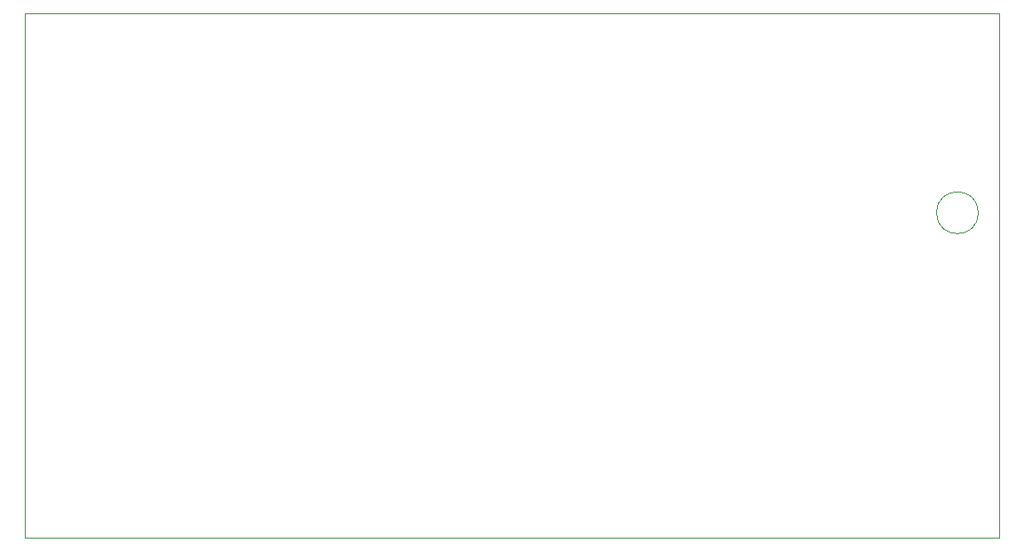
<source format=gbr>
%TF.GenerationSoftware,KiCad,Pcbnew,8.0.4*%
%TF.CreationDate,2024-08-20T14:49:07-07:00*%
%TF.ProjectId,oscillator,6f736369-6c6c-4617-946f-722e6b696361,rev?*%
%TF.SameCoordinates,Original*%
%TF.FileFunction,Profile,NP*%
%FSLAX46Y46*%
G04 Gerber Fmt 4.6, Leading zero omitted, Abs format (unit mm)*
G04 Created by KiCad (PCBNEW 8.0.4) date 2024-08-20 14:49:07*
%MOMM*%
%LPD*%
G01*
G04 APERTURE LIST*
%TA.AperFunction,Profile*%
%ADD10C,0.050000*%
%TD*%
%TA.AperFunction,Profile*%
%ADD11C,0.100000*%
%TD*%
G04 APERTURE END LIST*
D10*
X94000000Y-65000000D02*
X187000000Y-65000000D01*
X187000000Y-115000000D01*
X94000000Y-115000000D01*
X94000000Y-65000000D01*
D11*
X185000000Y-84000000D02*
G75*
G02*
X181000000Y-84000000I-2000000J0D01*
G01*
X181000000Y-84000000D02*
G75*
G02*
X185000000Y-84000000I2000000J0D01*
G01*
M02*

</source>
